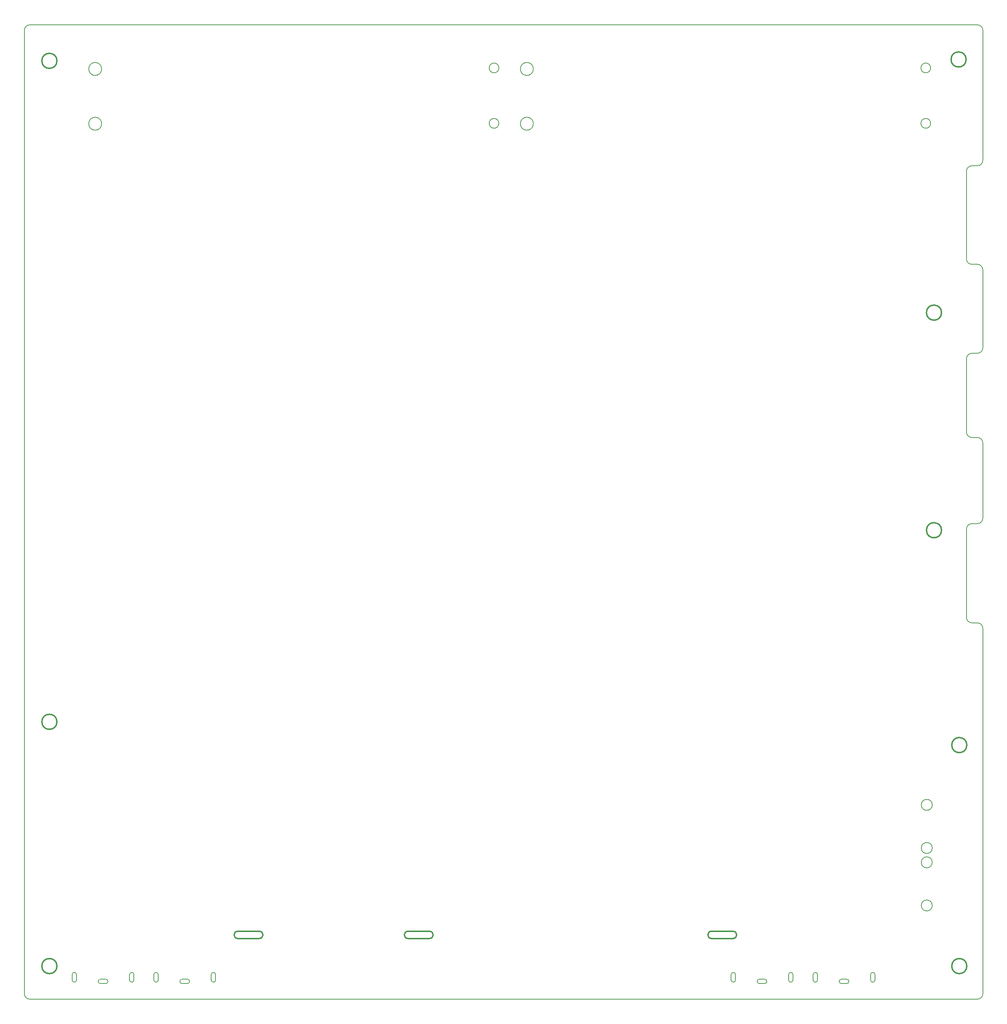
<source format=gbr>
%FSLAX34Y34*%
%MOMM*%
%LNOUTLINE*%
G71*
G01*
%ADD10C,0.200*%
%ADD11C,0.300*%
%ADD12C,0.150*%
%LPD*%
G54D10*
G75*
G01X2109788Y488950D02*
G03X2109788Y488950I-12700J0D01*
G01*
G54D10*
G75*
G01X2109788Y388895D02*
G03X2109788Y388895I-12700J0D01*
G01*
G54D10*
G75*
G01X2109788Y355600D02*
G03X2109788Y355600I-12700J0D01*
G01*
G54D10*
G75*
G01X2109788Y255545D02*
G03X2109788Y255545I-12700J0D01*
G01*
G54D10*
G75*
G01X14288Y2298700D02*
G03X1588Y2286000I0J-12700D01*
G01*
G54D10*
G75*
G01X2227244Y2286000D02*
G03X2214544Y2298700I-12700J0D01*
G01*
G54D10*
X2214544Y2298700D02*
X14288Y2298700D01*
G54D10*
G75*
G01X2214544Y1971694D02*
G03X2227244Y1984394I0J12700D01*
G01*
G54D10*
X2227244Y2286000D02*
X2227244Y1984394D01*
G54D10*
G75*
G01X2201863Y1971675D02*
G03X2189163Y1958975I0J-12700D01*
G01*
G54D10*
X2214544Y1971694D02*
X2201882Y1971694D01*
X2201863Y1971675D01*
G54D10*
G75*
G01X2189163Y1755795D02*
G03X2201863Y1743095I12700J0D01*
G01*
G54D10*
X2189163Y1958975D02*
X2189163Y1755795D01*
G54D10*
G75*
G01X2227245Y1730376D02*
G03X2214545Y1743076I-12700J0D01*
G01*
G54D10*
X2201863Y1743095D02*
X2214526Y1743095D01*
X2214545Y1743076D01*
G54D10*
X2227245Y1730376D02*
X2227245Y1595455D01*
X2227262Y1595438D01*
G54D10*
G75*
G01X2214544Y1536720D02*
G03X2227244Y1549420I0J12700D01*
G01*
G54D10*
X2227262Y1595438D02*
X2227262Y1549438D01*
X2227244Y1549420D01*
G54D10*
X2214544Y1536720D02*
X2207439Y1536720D01*
X2207419Y1536700D01*
G54D10*
G75*
G01X2201863Y1536700D02*
G03X2189163Y1524000I0J-12700D01*
G01*
G54D10*
X2207419Y1536700D02*
X2201863Y1536700D01*
G54D10*
X2189163Y1524000D02*
X2189163Y1365250D01*
X2189162Y1365250D01*
X2189162Y1358900D01*
G54D10*
G75*
G01X2189163Y1354158D02*
G03X2201863Y1341458I12700J0D01*
G01*
G54D10*
X2189162Y1358900D02*
X2189163Y1354158D01*
G54D10*
G75*
G01X2227244Y1328738D02*
G03X2214544Y1341438I-12700J0D01*
G01*
G54D10*
X2201863Y1341458D02*
X2214525Y1341458D01*
X2214544Y1341438D01*
G54D10*
G75*
G01X2214550Y1141434D02*
G03X2227250Y1154134I0J12700D01*
G01*
G54D10*
G75*
G01X2201863Y1141414D02*
G03X2189163Y1128714I0J-12700D01*
G01*
G54D10*
X2201863Y1141414D02*
X2214530Y1141414D01*
X2214550Y1141434D01*
G54D10*
X2227250Y1154134D02*
X2227250Y1328732D01*
X2227244Y1328738D01*
G54D10*
G75*
G01X2189163Y923944D02*
G03X2201863Y911244I12700J0D01*
G01*
G54D10*
X2189163Y1128714D02*
X2189163Y923944D01*
G54D10*
G75*
G01X2227244Y898526D02*
G03X2214544Y911226I-12700J0D01*
G01*
G54D10*
X2201863Y911244D02*
X2214526Y911244D01*
X2214544Y911226D01*
G54D10*
G75*
G01X2214544Y38121D02*
G03X2227244Y50821I0J12700D01*
G01*
G54D10*
X2214544Y38121D02*
X71458Y38121D01*
X71438Y38100D01*
G54D10*
G75*
G01X1588Y50820D02*
G03X14288Y38120I12700J0D01*
G01*
G54D10*
X1588Y2286000D02*
X1588Y60325D01*
G54D10*
X1588Y60325D02*
X1588Y50820D01*
G54D10*
X14288Y38120D02*
X71418Y38120D01*
X71438Y38100D01*
G54D11*
G75*
G01X77110Y114890D02*
G03X77110Y114890I-17500J0D01*
G01*
G54D11*
G75*
G01X2190072Y114890D02*
G03X2190072Y114890I-17500J0D01*
G01*
G54D11*
G75*
G01X2190072Y627652D02*
G03X2190072Y627652I-17500J0D01*
G01*
G54D11*
G75*
G01X2188484Y2218328D02*
G03X2188484Y2218328I-17500J0D01*
G01*
G54D10*
G75*
G01X2105956Y2198688D02*
G03X2105956Y2198688I-11250J0D01*
G01*
G54D10*
G75*
G01X2105956Y2070100D02*
G03X2105956Y2070100I-11250J0D01*
G01*
G54D10*
G75*
G01X1103450Y2198688D02*
G03X1103450Y2198688I-11250J0D01*
G01*
G54D10*
G75*
G01X1103450Y2070100D02*
G03X1103450Y2070100I-11250J0D01*
G01*
G54D10*
G75*
G01X1183400Y2196306D02*
G03X1183400Y2196306I-15000J0D01*
G01*
G54D10*
G75*
G01X1183400Y2069306D02*
G03X1183400Y2069306I-15000J0D01*
G01*
G54D10*
G75*
G01X180894Y2196306D02*
G03X180894Y2196306I-15000J0D01*
G01*
G54D10*
G75*
G01X180894Y2069306D02*
G03X180894Y2069306I-15000J0D01*
G01*
G54D11*
G75*
G01X77110Y681628D02*
G03X77110Y681628I-17500J0D01*
G01*
G54D11*
G75*
G01X77110Y2215152D02*
G03X77110Y2215152I-17500J0D01*
G01*
G54D11*
G75*
G01X2131334Y1126128D02*
G03X2131334Y1126128I-17500J0D01*
G01*
G54D11*
G75*
G01X2131335Y1630952D02*
G03X2131335Y1630952I-17500J0D01*
G01*
G54D12*
G75*
G01X122474Y95250D02*
G03X112474Y95250I-5000J0D01*
G01*
G54D12*
G75*
G01X112474Y82550D02*
G03X122474Y82550I5000J0D01*
G01*
G54D12*
X122474Y95250D02*
X122474Y82550D01*
G54D12*
X112474Y82550D02*
X112474Y95250D01*
G54D12*
G75*
G01X255825Y95250D02*
G03X245825Y95250I-5000J0D01*
G01*
G54D12*
G75*
G01X245825Y82550D02*
G03X255825Y82550I5000J0D01*
G01*
G54D12*
X255825Y95250D02*
X255824Y82550D01*
G54D12*
X245824Y82550D02*
X245825Y95250D01*
G54D12*
G75*
G01X190500Y74376D02*
G03X190500Y84376I0J5000D01*
G01*
G54D12*
G75*
G01X177798Y84376D02*
G03X177798Y74376I0J-5000D01*
G01*
G54D12*
X190500Y74376D02*
X177799Y74376D01*
G54D12*
X177799Y84376D02*
X190500Y84376D01*
G54D12*
G75*
G01X312181Y95250D02*
G03X302181Y95250I-5000J0D01*
G01*
G54D12*
G75*
G01X302181Y82550D02*
G03X312181Y82550I5000J0D01*
G01*
G54D12*
X312181Y95250D02*
X312180Y82550D01*
G54D12*
X302180Y82550D02*
X302181Y95250D01*
G54D12*
G75*
G01X445531Y95250D02*
G03X435531Y95250I-5000J0D01*
G01*
G54D12*
G75*
G01X435531Y82550D02*
G03X445531Y82550I5000J0D01*
G01*
G54D12*
X445531Y95250D02*
X445530Y82550D01*
G54D12*
X435530Y82550D02*
X435531Y95250D01*
G54D12*
G75*
G01X380206Y74376D02*
G03X380206Y84376I0J5000D01*
G01*
G54D12*
G75*
G01X367505Y84376D02*
G03X367505Y74376I0J-5000D01*
G01*
G54D12*
X380206Y74376D02*
X367505Y74376D01*
G54D12*
X367505Y84376D02*
X380206Y84376D01*
G54D12*
G75*
G01X312181Y95250D02*
G03X302181Y95250I-5000J0D01*
G01*
G54D12*
G75*
G01X302181Y82550D02*
G03X312181Y82550I5000J0D01*
G01*
G54D12*
X312181Y95250D02*
X312180Y82550D01*
G54D12*
X302180Y82550D02*
X302181Y95250D01*
G54D12*
G75*
G01X1652825Y95250D02*
G03X1642825Y95250I-5000J0D01*
G01*
G54D12*
G75*
G01X1642825Y82550D02*
G03X1652825Y82550I5000J0D01*
G01*
G54D12*
X1652825Y95250D02*
X1652824Y82550D01*
G54D12*
X1642824Y82550D02*
X1642825Y95250D01*
G54D12*
G75*
G01X1786175Y95250D02*
G03X1776175Y95250I-5000J0D01*
G01*
G54D12*
G75*
G01X1776175Y82550D02*
G03X1786175Y82550I5000J0D01*
G01*
G54D12*
X1786175Y95250D02*
X1786174Y82550D01*
G54D12*
X1776174Y82550D02*
X1776175Y95250D01*
G54D12*
G75*
G01X1720850Y74376D02*
G03X1720850Y84376I0J5000D01*
G01*
G54D12*
G75*
G01X1708148Y84376D02*
G03X1708148Y74376I0J-5000D01*
G01*
G54D12*
X1720850Y74376D02*
X1708149Y74376D01*
G54D12*
X1708149Y84376D02*
X1720850Y84376D01*
G54D12*
G75*
G01X1652825Y95250D02*
G03X1642825Y95250I-5000J0D01*
G01*
G54D12*
G75*
G01X1642825Y82550D02*
G03X1652825Y82550I5000J0D01*
G01*
G54D12*
X1652825Y95250D02*
X1652824Y82550D01*
G54D12*
X1642824Y82550D02*
X1642825Y95250D01*
G54D12*
G75*
G01X1843324Y95250D02*
G03X1833324Y95250I-5000J0D01*
G01*
G54D12*
G75*
G01X1833324Y82550D02*
G03X1843324Y82550I5000J0D01*
G01*
G54D12*
X1843325Y95250D02*
X1843324Y82550D01*
G54D12*
X1833324Y82550D02*
X1833324Y95250D01*
G54D12*
G75*
G01X1976675Y95250D02*
G03X1966675Y95250I-5000J0D01*
G01*
G54D12*
G75*
G01X1966675Y82550D02*
G03X1976675Y82550I5000J0D01*
G01*
G54D12*
X1976675Y95250D02*
X1976674Y82550D01*
G54D12*
X1966674Y82550D02*
X1966675Y95250D01*
G54D12*
G75*
G01X1911350Y74376D02*
G03X1911350Y84376I0J5000D01*
G01*
G54D12*
G75*
G01X1898648Y84376D02*
G03X1898648Y74376I0J-5000D01*
G01*
G54D12*
X1911350Y74376D02*
X1898649Y74376D01*
G54D12*
X1898649Y84376D02*
X1911350Y84376D01*
G54D12*
G75*
G01X1843324Y95250D02*
G03X1833324Y95250I-5000J0D01*
G01*
G54D12*
G75*
G01X1833324Y82550D02*
G03X1843324Y82550I5000J0D01*
G01*
G54D12*
X1843325Y95250D02*
X1843324Y82550D01*
G54D12*
X1833324Y82550D02*
X1833324Y95250D01*
G54D11*
G75*
G01X496887Y195660D02*
G03X496887Y178990I0J-8335D01*
G01*
G54D11*
G75*
G01X547140Y178990D02*
G03X547140Y195660I0J8335D01*
G01*
G54D11*
X496887Y195660D02*
X547140Y195660D01*
G54D11*
X547140Y178990D02*
X496887Y178990D01*
G54D11*
G75*
G01X892174Y195660D02*
G03X892174Y178990I0J-8335D01*
G01*
G54D11*
G75*
G01X942427Y178990D02*
G03X942427Y195660I0J8335D01*
G01*
G54D11*
X892174Y195660D02*
X942427Y195660D01*
G54D11*
X942427Y178990D02*
X892174Y178990D01*
G54D11*
G75*
G01X1597024Y195660D02*
G03X1597024Y178990I0J-8335D01*
G01*
G54D11*
G75*
G01X1647277Y178990D02*
G03X1647277Y195660I0J8335D01*
G01*
G54D11*
X1597024Y195660D02*
X1647277Y195660D01*
G54D11*
X1647277Y178990D02*
X1597024Y178990D01*
G54D10*
X2227262Y590550D02*
X2227262Y596900D01*
X2227244Y596918D01*
G54D10*
X2227244Y50821D02*
X2227244Y590532D01*
X2227262Y590550D01*
G54D10*
X2227244Y596918D02*
X2227244Y898526D01*
M02*

</source>
